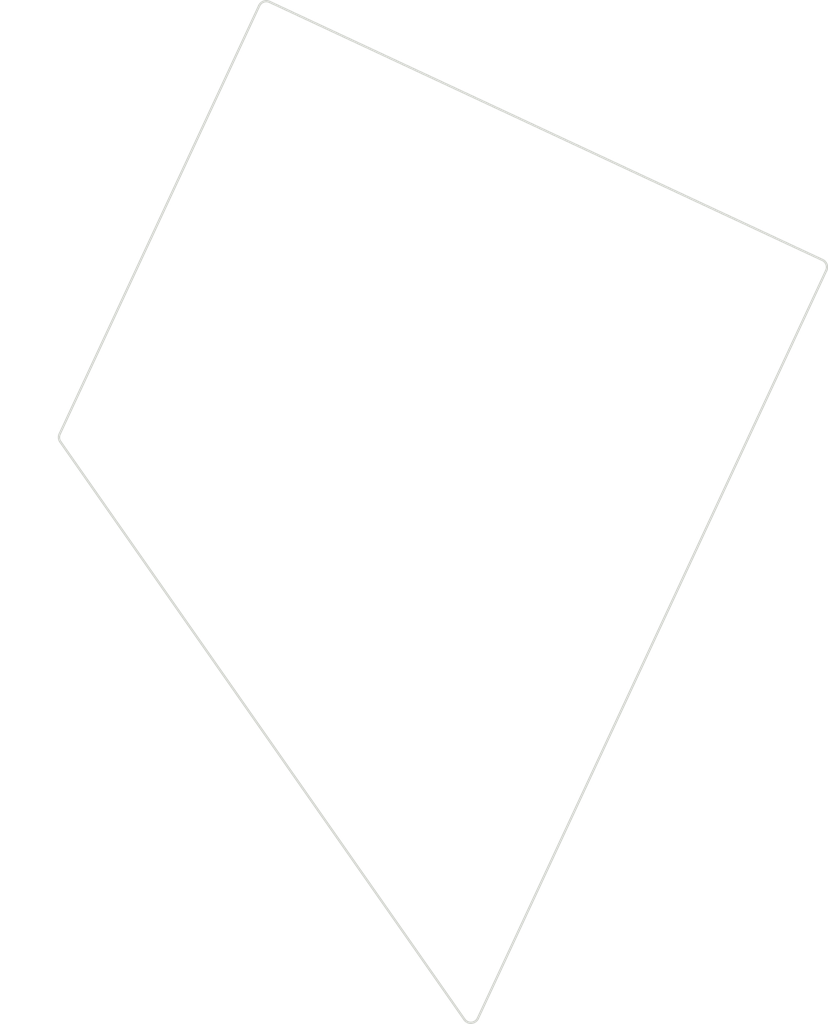
<source format=kicad_pcb>
(kicad_pcb (version 20240108) (generator "pcbnew") (generator_version "8.0")
  (title_block (title "controller_overlay") (date "2025-05-19") (rev "0.2") (company "finn-e"))
  (layers (0 "F.Cu" signal) (31 "B.Cu" signal) (34 "B.Paste" user) (35 "F.Paste" user) (36 "B.SilkS" user "B.Silkscreen") (37 "F.SilkS" user "F.Silkscreen") (38 "B.Mask" user) (39 "F.Mask" user) (44 "Edge.Cuts" user))
  (net 0 "")
  (footprint "ceoloide:mounting_hole_npth" (layer "F.Cu") (at 172.235175 108.066691 -25)
    (property "Reference" "MH1" (hide yes))
    (property "Value" "")
    (pad "" np_thru_hole circle (at 0 0 335) (size 2.2 2.2) (drill 2.2) (layers "*.Cu" "*.Mask"))
  )
  (footprint "ceoloide:mounting_hole_npth" (layer "F.Cu") (at 181.13459 121.28522 -25)
    (property "Reference" "MH2" (hide yes))
    (property "Value" "")
    (pad "" np_thru_hole circle (at 0 0 335) (size 2.2 2.2) (drill 2.2) (layers "*.Cu" "*.Mask"))
  )
  (gr_arc (start 174.994971 96.803042) (mid 174.906464 96.559836) (end 174.951393 96.304944) (stroke (width 0.15)) (layer "Edge.Cuts"))
  (gr_line (start 174.951393 96.304944) (end 187.705299 68.954103) (stroke (width 0.15)) (layer "Edge.Cuts"))
  (gr_line (start 223.957611 85.858834) (end 201.687752 133.6167) (stroke (width 0.15)) (layer "Edge.Cuts"))
  (gr_line (start 188.369762 68.712259) (end 223.715766 85.194371) (stroke (width 0.15)) (layer "Edge.Cuts"))
  (gr_arc (start 223.715766 85.194371) (mid 223.97431 85.47651) (end 223.957611 85.858834) (stroke (width 0.15)) (layer "Edge.Cuts"))
  (gr_line (start 200.825022 133.692179) (end 174.994971 96.803042) (stroke (width 0.15)) (layer "Edge.Cuts"))
  (gr_arc (start 201.687752 133.6167) (mid 201.278177 133.903492) (end 200.825022 133.692179) (stroke (width 0.15)) (layer "Edge.Cuts"))
  (gr_arc (start 187.705299 68.954103) (mid 187.987445 68.69553) (end 188.369762 68.712259) (stroke (width 0.15)) (layer "Edge.Cuts"))
)
</source>
